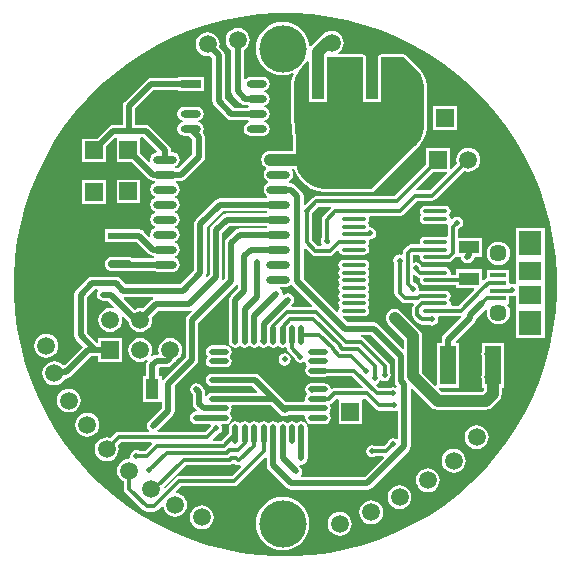
<source format=gtl>
G04*
G04 #@! TF.GenerationSoftware,Altium Limited,Altium Designer,18.1.7 (191)*
G04*
G04 Layer_Physical_Order=1*
G04 Layer_Color=255*
%FSLAX44Y44*%
%MOMM*%
G71*
G01*
G75*
%ADD13R,1.4000X3.3000*%
%ADD14R,1.5000X1.5000*%
%ADD15R,1.1000X1.7000*%
%ADD16O,1.6500X0.5500*%
%ADD17O,0.5500X1.6500*%
%ADD18R,2.0000X0.6000*%
G04:AMPARAMS|DCode=19|XSize=0.6mm|YSize=2mm|CornerRadius=0.15mm|HoleSize=0mm|Usage=FLASHONLY|Rotation=90.000|XOffset=0mm|YOffset=0mm|HoleType=Round|Shape=RoundedRectangle|*
%AMROUNDEDRECTD19*
21,1,0.6000,1.7000,0,0,90.0*
21,1,0.3000,2.0000,0,0,90.0*
1,1,0.3000,0.8500,0.1500*
1,1,0.3000,0.8500,-0.1500*
1,1,0.3000,-0.8500,-0.1500*
1,1,0.3000,-0.8500,0.1500*
%
%ADD19ROUNDEDRECTD19*%
%ADD20O,2.0000X0.7000*%
%ADD21O,2.1000X0.3500*%
%ADD22R,1.7000X1.1000*%
%ADD23R,1.9000X2.1000*%
%ADD24R,1.9000X1.5000*%
%ADD25R,1.3500X0.4000*%
%ADD26R,1.5000X1.5000*%
%ADD27R,1.0000X2.4000*%
%ADD28R,3.3000X2.4000*%
%ADD29O,1.7000X0.6500*%
%ADD30R,1.7000X0.6500*%
%ADD54C,1.0000*%
%ADD55C,0.3500*%
%ADD56C,0.5500*%
%ADD57C,0.5000*%
%ADD58C,1.5000*%
%ADD59C,1.4500*%
%ADD60C,1.8000*%
%ADD61C,0.5000*%
%ADD62C,4.0000*%
G36*
X1452556Y899015D02*
X1467486Y897049D01*
X1482256Y894112D01*
X1496801Y890214D01*
X1511061Y885374D01*
X1524973Y879611D01*
X1538479Y872951D01*
X1551521Y865421D01*
X1564042Y857055D01*
X1575989Y847888D01*
X1587310Y837959D01*
X1597959Y827310D01*
X1607888Y815989D01*
X1617055Y804042D01*
X1625421Y791521D01*
X1632951Y778479D01*
X1639611Y764974D01*
X1645374Y751061D01*
X1650214Y736801D01*
X1654112Y722255D01*
X1657050Y707486D01*
X1659015Y692556D01*
X1660000Y677529D01*
Y670000D01*
Y662471D01*
X1659015Y647444D01*
X1657050Y632514D01*
X1654112Y617744D01*
X1650214Y603199D01*
X1645374Y588939D01*
X1639611Y575027D01*
X1632951Y561521D01*
X1625421Y548479D01*
X1617055Y535958D01*
X1607888Y524011D01*
X1597959Y512690D01*
X1587310Y502041D01*
X1575989Y492112D01*
X1564042Y482945D01*
X1551521Y474579D01*
X1538479Y467049D01*
X1524973Y460389D01*
X1511061Y454626D01*
X1496801Y449786D01*
X1482256Y445888D01*
X1467486Y442951D01*
X1452556Y440985D01*
X1437529Y440000D01*
X1422471D01*
X1407444Y440985D01*
X1392514Y442951D01*
X1377744Y445888D01*
X1363199Y449786D01*
X1348939Y454626D01*
X1335027Y460389D01*
X1321521Y467049D01*
X1308479Y474579D01*
X1295958Y482945D01*
X1284011Y492112D01*
X1272690Y502041D01*
X1262041Y512690D01*
X1252112Y524011D01*
X1242945Y535958D01*
X1234579Y548479D01*
X1227049Y561521D01*
X1220389Y575027D01*
X1214626Y588939D01*
X1209786Y603199D01*
X1205888Y617744D01*
X1202951Y632514D01*
X1200985Y647444D01*
X1200000Y662471D01*
Y670000D01*
Y677529D01*
X1200985Y692556D01*
X1202951Y707486D01*
X1205888Y722255D01*
X1209786Y736801D01*
X1214626Y751061D01*
X1220389Y764974D01*
X1227049Y778479D01*
X1234579Y791521D01*
X1242945Y804042D01*
X1252112Y815989D01*
X1262041Y827310D01*
X1272690Y837959D01*
X1284011Y847888D01*
X1295958Y857055D01*
X1308479Y865421D01*
X1321521Y872951D01*
X1335027Y879611D01*
X1348939Y885374D01*
X1363199Y890214D01*
X1377744Y894112D01*
X1392514Y897049D01*
X1407444Y899015D01*
X1422471Y900000D01*
X1437529D01*
X1452556Y899015D01*
D02*
G37*
%LPC*%
G36*
X1360914Y845840D02*
X1338833D01*
Y845189D01*
X1316300D01*
X1314334Y844798D01*
X1312666Y843684D01*
X1294116Y825134D01*
X1293002Y823466D01*
X1292611Y821500D01*
Y805389D01*
X1284500D01*
X1282534Y804998D01*
X1280866Y803884D01*
X1270773Y793790D01*
X1257960D01*
Y773710D01*
X1278040D01*
Y786523D01*
X1286211Y794694D01*
X1287210Y793897D01*
Y773960D01*
X1300023D01*
X1314266Y759717D01*
X1315933Y758603D01*
X1317900Y758212D01*
X1318569D01*
X1319393Y757661D01*
X1319458Y757648D01*
Y756353D01*
X1319393Y756340D01*
X1317395Y755005D01*
X1316060Y753007D01*
X1315591Y750650D01*
X1316060Y748294D01*
X1317395Y746296D01*
X1319393Y744961D01*
X1319458Y744948D01*
Y743653D01*
X1319393Y743640D01*
X1317395Y742305D01*
X1316060Y740307D01*
X1315591Y737950D01*
X1316060Y735594D01*
X1317395Y733596D01*
X1319393Y732261D01*
X1319458Y732248D01*
Y730953D01*
X1319393Y730940D01*
X1317395Y729605D01*
X1316060Y727607D01*
X1315591Y725250D01*
X1316060Y722894D01*
X1317395Y720896D01*
X1319393Y719561D01*
X1319458Y719548D01*
Y718253D01*
X1319393Y718240D01*
X1317395Y716905D01*
X1316060Y714907D01*
X1315591Y712550D01*
X1315921Y710892D01*
X1314751Y710266D01*
X1310790Y714228D01*
X1310064Y715314D01*
X1308314Y716483D01*
X1306250Y716894D01*
X1302790D01*
Y717040D01*
X1277710D01*
Y705960D01*
X1302790D01*
Y706106D01*
X1304376D01*
X1314266Y696217D01*
X1315933Y695103D01*
X1317900Y694712D01*
X1318569D01*
X1318748Y694591D01*
X1318880Y693066D01*
X1318316Y692544D01*
X1300718D01*
X1300326Y692806D01*
X1298750Y693119D01*
X1281750D01*
X1280174Y692806D01*
X1278837Y691913D01*
X1277944Y690576D01*
X1277631Y689000D01*
Y686000D01*
X1277944Y684424D01*
X1278837Y683087D01*
X1280174Y682194D01*
X1281750Y681881D01*
X1289975D01*
X1290600Y681757D01*
X1318950D01*
X1319393Y681461D01*
X1321750Y680992D01*
X1334750D01*
X1337106Y681461D01*
X1339104Y682796D01*
X1340439Y684794D01*
X1340908Y687150D01*
X1340439Y689507D01*
X1339104Y691505D01*
X1337106Y692840D01*
X1337041Y692853D01*
Y694148D01*
X1337106Y694161D01*
X1339104Y695496D01*
X1340439Y697494D01*
X1340908Y699850D01*
X1340439Y702207D01*
X1339104Y704205D01*
X1337106Y705540D01*
X1337041Y705553D01*
Y706848D01*
X1337106Y706861D01*
X1339104Y708196D01*
X1340439Y710194D01*
X1340908Y712550D01*
X1340439Y714907D01*
X1339104Y716905D01*
X1337106Y718240D01*
X1337041Y718253D01*
Y719548D01*
X1337106Y719561D01*
X1339104Y720896D01*
X1340439Y722894D01*
X1340908Y725250D01*
X1340439Y727607D01*
X1339104Y729605D01*
X1337106Y730940D01*
X1337041Y730953D01*
Y732248D01*
X1337106Y732261D01*
X1339104Y733596D01*
X1340439Y735594D01*
X1340908Y737950D01*
X1340439Y740307D01*
X1339104Y742305D01*
X1337106Y743640D01*
X1337041Y743653D01*
Y744948D01*
X1337106Y744961D01*
X1339104Y746296D01*
X1340439Y748294D01*
X1340908Y750650D01*
X1340439Y753007D01*
X1339104Y755005D01*
X1337351Y756177D01*
X1337283Y757221D01*
X1337356Y757584D01*
X1338078Y758212D01*
X1340569D01*
X1341850Y757957D01*
X1343914Y758367D01*
X1345664Y759536D01*
X1360564Y774436D01*
X1361733Y776186D01*
X1362144Y778250D01*
Y793740D01*
X1361889Y795021D01*
Y795073D01*
X1361498Y797040D01*
X1360384Y798707D01*
X1360106Y798985D01*
X1360578Y799691D01*
X1361027Y801950D01*
X1360578Y804209D01*
X1359298Y806124D01*
X1357383Y807404D01*
X1356133Y807653D01*
Y808948D01*
X1357383Y809196D01*
X1359298Y810476D01*
X1360578Y812391D01*
X1361027Y814650D01*
X1360578Y816909D01*
X1359298Y818824D01*
X1357383Y820104D01*
X1355123Y820554D01*
X1344624D01*
X1342364Y820104D01*
X1340449Y818824D01*
X1339169Y816909D01*
X1338720Y814650D01*
X1339169Y812391D01*
X1340449Y810476D01*
X1342364Y809196D01*
X1343614Y808948D01*
Y807653D01*
X1342364Y807404D01*
X1340449Y806124D01*
X1339169Y804209D01*
X1338720Y801950D01*
X1339169Y799691D01*
X1340449Y797776D01*
X1342364Y796496D01*
X1344624Y796047D01*
X1348510D01*
X1351357Y793200D01*
Y780484D01*
X1339361Y768489D01*
X1337931D01*
X1337106Y769040D01*
X1337041Y769053D01*
Y770348D01*
X1337106Y770361D01*
X1339104Y771696D01*
X1340439Y773694D01*
X1340908Y776050D01*
X1340439Y778407D01*
X1339104Y780405D01*
X1337106Y781740D01*
X1334750Y782209D01*
X1333389D01*
Y784000D01*
X1332997Y785967D01*
X1331883Y787634D01*
X1315634Y803884D01*
X1313967Y804998D01*
X1312000Y805389D01*
X1302889D01*
Y819371D01*
X1318429Y834911D01*
X1338833D01*
Y834260D01*
X1360914D01*
Y845840D01*
D02*
G37*
G36*
X1389634Y887443D02*
X1387013Y887098D01*
X1384571Y886086D01*
X1382473Y884477D01*
X1380864Y882379D01*
X1379852Y879937D01*
X1379507Y877316D01*
X1379852Y874695D01*
X1380864Y872253D01*
X1382473Y870155D01*
X1384240Y868800D01*
Y833628D01*
X1384651Y831564D01*
X1385820Y829814D01*
X1392098Y823536D01*
X1393848Y822367D01*
X1395912Y821956D01*
X1398274D01*
X1398364Y821896D01*
X1399613Y821648D01*
Y820353D01*
X1398364Y820104D01*
X1398274Y820044D01*
X1386652D01*
X1378894Y827802D01*
Y864240D01*
X1378483Y866304D01*
X1377314Y868054D01*
X1374070Y871298D01*
X1374361Y873506D01*
X1374016Y876127D01*
X1373004Y878569D01*
X1371395Y880667D01*
X1369297Y882276D01*
X1366855Y883288D01*
X1364234Y883633D01*
X1361613Y883288D01*
X1359171Y882276D01*
X1357073Y880667D01*
X1355464Y878569D01*
X1354452Y876127D01*
X1354107Y873506D01*
X1354452Y870885D01*
X1355464Y868443D01*
X1357073Y866345D01*
X1359171Y864736D01*
X1361613Y863724D01*
X1364234Y863379D01*
X1366442Y863670D01*
X1368106Y862006D01*
Y825568D01*
X1368517Y823504D01*
X1369686Y821754D01*
X1380604Y810836D01*
X1382353Y809667D01*
X1384418Y809257D01*
X1398274D01*
X1398364Y809196D01*
X1399613Y808948D01*
Y807653D01*
X1398364Y807404D01*
X1396449Y806124D01*
X1395169Y804209D01*
X1394720Y801950D01*
X1395169Y799691D01*
X1396449Y797776D01*
X1398364Y796496D01*
X1400623Y796047D01*
X1411123D01*
X1413383Y796496D01*
X1415298Y797776D01*
X1416577Y799691D01*
X1417027Y801950D01*
X1416577Y804209D01*
X1415298Y806124D01*
X1413383Y807404D01*
X1412133Y807653D01*
Y808948D01*
X1413383Y809196D01*
X1415298Y810476D01*
X1416577Y812391D01*
X1417027Y814650D01*
X1416577Y816909D01*
X1415298Y818824D01*
X1413383Y820104D01*
X1412133Y820353D01*
Y821648D01*
X1413383Y821896D01*
X1415298Y823176D01*
X1416577Y825091D01*
X1417027Y827350D01*
X1416577Y829609D01*
X1415298Y831525D01*
X1413383Y832804D01*
X1412133Y833053D01*
Y834348D01*
X1413383Y834596D01*
X1415298Y835876D01*
X1416577Y837791D01*
X1417027Y840050D01*
X1416577Y842309D01*
X1415298Y844224D01*
X1413383Y845504D01*
X1411123Y845954D01*
X1400623D01*
X1398364Y845504D01*
X1396449Y844224D01*
X1396298Y843998D01*
X1395028Y844383D01*
Y868800D01*
X1396795Y870155D01*
X1398404Y872253D01*
X1399416Y874695D01*
X1399761Y877316D01*
X1399416Y879937D01*
X1398404Y882379D01*
X1396795Y884477D01*
X1394697Y886086D01*
X1392255Y887098D01*
X1389634Y887443D01*
D02*
G37*
G36*
X1575540Y821290D02*
X1555460D01*
Y801210D01*
X1575540D01*
Y821290D01*
D02*
G37*
G36*
X1427794Y892586D02*
X1423375Y892150D01*
X1419126Y890862D01*
X1415211Y888769D01*
X1411778Y885952D01*
X1408962Y882520D01*
X1406869Y878604D01*
X1405580Y874355D01*
X1405145Y869937D01*
X1405580Y865518D01*
X1406869Y861269D01*
X1408962Y857354D01*
X1411778Y853921D01*
X1415211Y851105D01*
X1419126Y849012D01*
X1423375Y847723D01*
X1427794Y847288D01*
X1432212Y847723D01*
X1436110Y848905D01*
X1437126Y848040D01*
X1436283Y846004D01*
X1436233Y845754D01*
X1436136Y845519D01*
X1435160Y840611D01*
Y840356D01*
X1435110Y840106D01*
Y837604D01*
Y811500D01*
X1435124Y811427D01*
X1435114Y811353D01*
X1436160Y792926D01*
Y783655D01*
X1417300D01*
X1415332Y783396D01*
X1413498Y782636D01*
X1411923Y781428D01*
X1410714Y779853D01*
X1409954Y778019D01*
X1409695Y776050D01*
X1409954Y774082D01*
X1410714Y772248D01*
X1411923Y770673D01*
X1413498Y769464D01*
X1413815Y769333D01*
X1413940Y768069D01*
X1413396Y767705D01*
X1412061Y765707D01*
X1411592Y763350D01*
X1412061Y760994D01*
X1413396Y758996D01*
X1415393Y757661D01*
X1415459Y757648D01*
Y756353D01*
X1415393Y756340D01*
X1413396Y755005D01*
X1412061Y753007D01*
X1411592Y750650D01*
X1412061Y748294D01*
X1413396Y746296D01*
X1414749Y745391D01*
X1414880Y743867D01*
X1414317Y743344D01*
X1374728D01*
X1372664Y742933D01*
X1370914Y741764D01*
X1354324Y725174D01*
X1353155Y723424D01*
X1352744Y721360D01*
Y682192D01*
X1340838Y670286D01*
X1295234D01*
X1290206Y675314D01*
X1288457Y676483D01*
X1286393Y676893D01*
X1266608D01*
X1264544Y676483D01*
X1262794Y675314D01*
X1252936Y665456D01*
X1251767Y663706D01*
X1251356Y661642D01*
Y627250D01*
X1251767Y625186D01*
X1252936Y623436D01*
X1258655Y617717D01*
X1243298Y602359D01*
X1243124Y602394D01*
X1241768Y602124D01*
X1241740Y602161D01*
X1239642Y603770D01*
X1237200Y604782D01*
X1234579Y605127D01*
X1231958Y604782D01*
X1229516Y603770D01*
X1227418Y602161D01*
X1225809Y600063D01*
X1224797Y597621D01*
X1224452Y595000D01*
X1224797Y592379D01*
X1225809Y589937D01*
X1227418Y587839D01*
X1229516Y586230D01*
X1231958Y585218D01*
X1234579Y584873D01*
X1237200Y585218D01*
X1239642Y586230D01*
X1241740Y587839D01*
X1243349Y589937D01*
X1243456Y590196D01*
X1243879Y590478D01*
X1244345Y590386D01*
X1246409Y590796D01*
X1248159Y591965D01*
X1265550Y609356D01*
X1271810D01*
Y604710D01*
X1291890D01*
Y624790D01*
X1271810D01*
Y621614D01*
X1270540Y621087D01*
X1262144Y629484D01*
Y659408D01*
X1268842Y666106D01*
X1270833D01*
X1271512Y664836D01*
X1270777Y663736D01*
X1270366Y661672D01*
X1270777Y659608D01*
X1271946Y657858D01*
X1273696Y656689D01*
X1275760Y656278D01*
X1279986D01*
X1285303Y650962D01*
X1284583Y649885D01*
X1284471Y649932D01*
X1281850Y650277D01*
X1279229Y649932D01*
X1276786Y648920D01*
X1274689Y647311D01*
X1273080Y645213D01*
X1272068Y642771D01*
X1271723Y640150D01*
X1272068Y637529D01*
X1273080Y635087D01*
X1274689Y632990D01*
X1276786Y631380D01*
X1279229Y630369D01*
X1281850Y630023D01*
X1284471Y630369D01*
X1286913Y631380D01*
X1289010Y632990D01*
X1290620Y635087D01*
X1291631Y637529D01*
X1291976Y640150D01*
X1291631Y642771D01*
X1291585Y642884D01*
X1292661Y643603D01*
X1297277Y638988D01*
X1297469Y637529D01*
X1298480Y635087D01*
X1300090Y632990D01*
X1302187Y631380D01*
X1304629Y630368D01*
X1307250Y630023D01*
X1309871Y630368D01*
X1312314Y631380D01*
X1314411Y632990D01*
X1316020Y635087D01*
X1317032Y637529D01*
X1317377Y640150D01*
X1317086Y642358D01*
X1322876Y648148D01*
X1348232D01*
X1350028Y648506D01*
X1350702Y647628D01*
X1350777Y647458D01*
X1347212Y643894D01*
X1346043Y642144D01*
X1345632Y640080D01*
Y608532D01*
X1327186Y590086D01*
X1326810Y589523D01*
X1325540Y589908D01*
Y592410D01*
X1322894D01*
Y599494D01*
X1323797Y600397D01*
X1329786D01*
X1331752Y600788D01*
X1333420Y601902D01*
X1335378Y603860D01*
X1336464Y604586D01*
X1337274Y605798D01*
X1337713Y605980D01*
X1339811Y607590D01*
X1341420Y609687D01*
X1342432Y612129D01*
X1342777Y614750D01*
X1342432Y617371D01*
X1341420Y619814D01*
X1339811Y621911D01*
X1337713Y623520D01*
X1335271Y624532D01*
X1332650Y624877D01*
X1330029Y624532D01*
X1327587Y623520D01*
X1325490Y621911D01*
X1323880Y619814D01*
X1322868Y617371D01*
X1322523Y614750D01*
X1322868Y612129D01*
X1323000Y611811D01*
X1322052Y610782D01*
X1321308Y610930D01*
X1319244Y610519D01*
X1317494Y609350D01*
X1316927Y608783D01*
X1315970Y609622D01*
X1316020Y609687D01*
X1317032Y612129D01*
X1317377Y614750D01*
X1317032Y617371D01*
X1316020Y619813D01*
X1314411Y621911D01*
X1312313Y623520D01*
X1309871Y624532D01*
X1307250Y624877D01*
X1304629Y624532D01*
X1302187Y623520D01*
X1300089Y621911D01*
X1298480Y619813D01*
X1297468Y617371D01*
X1297123Y614750D01*
X1297468Y612129D01*
X1298480Y609687D01*
X1300089Y607589D01*
X1302187Y605980D01*
X1304629Y604968D01*
X1307250Y604623D01*
X1309871Y604968D01*
X1312313Y605980D01*
X1312597Y606198D01*
X1313536Y605318D01*
X1312517Y603792D01*
X1312106Y601728D01*
Y592410D01*
X1309460D01*
Y570330D01*
X1325540Y570330D01*
X1325606Y569088D01*
Y565646D01*
X1314446Y554486D01*
X1313277Y552736D01*
X1312866Y550672D01*
X1313277Y548608D01*
X1314446Y546858D01*
X1314767Y546644D01*
X1314381Y545374D01*
X1289000D01*
X1287326Y545041D01*
X1285907Y544093D01*
X1282060Y540246D01*
X1281371Y540532D01*
X1278750Y540877D01*
X1276129Y540532D01*
X1273687Y539520D01*
X1271589Y537911D01*
X1269980Y535813D01*
X1268968Y533371D01*
X1268623Y530750D01*
X1268968Y528129D01*
X1269980Y525687D01*
X1271589Y523589D01*
X1273687Y521980D01*
X1276129Y520968D01*
X1278750Y520623D01*
X1281371Y520968D01*
X1283813Y521980D01*
X1285911Y523589D01*
X1287520Y525687D01*
X1288532Y528129D01*
X1288877Y530750D01*
X1288532Y533371D01*
X1288246Y534060D01*
X1290812Y536626D01*
X1316566D01*
X1317052Y535453D01*
X1310999Y529400D01*
X1306339D01*
X1305780Y529773D01*
X1303814Y530164D01*
X1301847Y529773D01*
X1300180Y528659D01*
X1299066Y526992D01*
X1298675Y525026D01*
X1298889Y523947D01*
X1297824Y522807D01*
X1297750Y522816D01*
X1295129Y522471D01*
X1292687Y521460D01*
X1290589Y519850D01*
X1288980Y517753D01*
X1287968Y515311D01*
X1287623Y512690D01*
X1287968Y510069D01*
X1288980Y507626D01*
X1290589Y505529D01*
X1292687Y503920D01*
X1293376Y503634D01*
Y497371D01*
X1293709Y495697D01*
X1294657Y494278D01*
X1309715Y479220D01*
X1311134Y478272D01*
X1312808Y477939D01*
X1318770D01*
X1320444Y478272D01*
X1321863Y479220D01*
X1325449Y482807D01*
X1326790Y482351D01*
X1326968Y480998D01*
X1327980Y478556D01*
X1329589Y476459D01*
X1331687Y474850D01*
X1334129Y473838D01*
X1336750Y473493D01*
X1339371Y473838D01*
X1341813Y474850D01*
X1343911Y476459D01*
X1345520Y478556D01*
X1346532Y480998D01*
X1346877Y483619D01*
X1346532Y486241D01*
X1345520Y488683D01*
X1343911Y490780D01*
X1341813Y492389D01*
X1339371Y493401D01*
X1338018Y493579D01*
X1337563Y494920D01*
X1342019Y499376D01*
X1386500D01*
X1388174Y499709D01*
X1389593Y500657D01*
X1413123Y524188D01*
X1414297Y523701D01*
Y517314D01*
X1414707Y515250D01*
X1415876Y513500D01*
X1431286Y498090D01*
X1433036Y496921D01*
X1435100Y496510D01*
X1499605D01*
X1501669Y496921D01*
X1503418Y498090D01*
X1534604Y529276D01*
X1535773Y531025D01*
X1536184Y533089D01*
Y582152D01*
X1537357Y582638D01*
X1553622Y566372D01*
X1555197Y565164D01*
X1557032Y564404D01*
X1559000Y564145D01*
X1599750D01*
X1601718Y564404D01*
X1603553Y565164D01*
X1605128Y566372D01*
X1611127Y572372D01*
X1612336Y573947D01*
X1613096Y575782D01*
X1613355Y577750D01*
Y582710D01*
X1615290D01*
Y620790D01*
X1596210D01*
Y613253D01*
X1595861Y611500D01*
X1596210Y609747D01*
Y593503D01*
X1595861Y591750D01*
X1596210Y589997D01*
Y582710D01*
X1598145D01*
Y580900D01*
X1596600Y579355D01*
X1562150D01*
X1559969Y581537D01*
X1560455Y582710D01*
X1577290D01*
Y620790D01*
X1574714D01*
X1574188Y622060D01*
X1590462Y638334D01*
X1591631Y640084D01*
X1591984Y641856D01*
X1599873Y649746D01*
X1600928Y649077D01*
X1600960Y649036D01*
X1600626Y646500D01*
X1600962Y643944D01*
X1601949Y641563D01*
X1603518Y639518D01*
X1605563Y637949D01*
X1607944Y636962D01*
X1610500Y636626D01*
X1613056Y636962D01*
X1615437Y637949D01*
X1617482Y639518D01*
X1619052Y641563D01*
X1620038Y643944D01*
X1620375Y646500D01*
X1620038Y649056D01*
X1619052Y651437D01*
X1618091Y652690D01*
X1618717Y653960D01*
X1619790D01*
Y660626D01*
X1621301D01*
X1622250Y660437D01*
X1624190Y660823D01*
X1624420Y660867D01*
X1625460Y660145D01*
Y652310D01*
X1625460Y651460D01*
X1625460Y650190D01*
Y624960D01*
X1636743D01*
X1637500Y624861D01*
X1638257Y624960D01*
X1649540D01*
Y650190D01*
X1649540Y651040D01*
X1649540Y652310D01*
Y671460D01*
Y690690D01*
X1649540Y691540D01*
X1649540Y692810D01*
Y718040D01*
X1638257D01*
X1637500Y718139D01*
X1636743Y718040D01*
X1625460D01*
Y692810D01*
X1625460Y691960D01*
X1625460Y690690D01*
Y671006D01*
X1624420Y670285D01*
X1624190Y670329D01*
X1622250Y670714D01*
X1621060Y670478D01*
X1619790Y671405D01*
Y682540D01*
X1601210D01*
Y675680D01*
X1600509Y675541D01*
X1599090Y674593D01*
X1597963Y673466D01*
X1596790Y673952D01*
Y682964D01*
X1574710D01*
Y678124D01*
X1570900D01*
X1569954Y679394D01*
X1570124Y680250D01*
X1569791Y681924D01*
X1568843Y683343D01*
X1567424Y684291D01*
X1565750Y684624D01*
X1545586D01*
X1545452Y684758D01*
X1545258Y685734D01*
X1544144Y687402D01*
X1542477Y688516D01*
X1540510Y688907D01*
X1539364Y688679D01*
X1538094Y689626D01*
Y694978D01*
X1538492Y695376D01*
X1543100D01*
X1544046Y694106D01*
X1543876Y693250D01*
X1544209Y691576D01*
X1545157Y690157D01*
X1546576Y689209D01*
X1548250Y688876D01*
X1565750D01*
X1567424Y689209D01*
X1567615Y689336D01*
X1568252D01*
X1569926Y689669D01*
X1571345Y690617D01*
X1573826Y693098D01*
X1574710Y693884D01*
Y693884D01*
X1574710Y693884D01*
X1578632D01*
X1578804Y693674D01*
X1579215Y691610D01*
X1580384Y689860D01*
X1582134Y688691D01*
X1584198Y688280D01*
X1586262Y688691D01*
X1588012Y689860D01*
X1589564Y691412D01*
X1590733Y693162D01*
X1590877Y693884D01*
X1596790D01*
Y709964D01*
X1576164D01*
Y717046D01*
X1576869Y717751D01*
X1577529Y717882D01*
X1579196Y718996D01*
X1580310Y720664D01*
X1580701Y722630D01*
X1580310Y724596D01*
X1579196Y726264D01*
X1577529Y727378D01*
X1575562Y727769D01*
X1573595Y727378D01*
X1571928Y726264D01*
X1571349Y725396D01*
X1570354Y725683D01*
X1570109Y725826D01*
X1569791Y727424D01*
X1568843Y728843D01*
Y729157D01*
X1569791Y730576D01*
X1570124Y732250D01*
X1569791Y733924D01*
X1568843Y735343D01*
X1567424Y736291D01*
X1565750Y736624D01*
X1548250D01*
X1546576Y736291D01*
X1545157Y735343D01*
X1544209Y733924D01*
X1543876Y732250D01*
X1544209Y730576D01*
X1545157Y729157D01*
Y728843D01*
X1544209Y727424D01*
X1543876Y725750D01*
X1544209Y724076D01*
X1545157Y722657D01*
X1546576Y721709D01*
X1548250Y721376D01*
X1565750D01*
X1566944Y721613D01*
X1567749Y720532D01*
X1567416Y718858D01*
Y711293D01*
X1566434Y710488D01*
X1565750Y710624D01*
X1548250D01*
X1546576Y710291D01*
X1545157Y709343D01*
X1544209Y707924D01*
X1543876Y706250D01*
X1544046Y705394D01*
X1543100Y704124D01*
X1536680D01*
X1535006Y703791D01*
X1533587Y702843D01*
X1530627Y699883D01*
X1529679Y698464D01*
X1529346Y696790D01*
Y696238D01*
X1528076Y695375D01*
X1526750Y695639D01*
X1524783Y695248D01*
X1523116Y694134D01*
X1522002Y692467D01*
X1521611Y690500D01*
X1522002Y688533D01*
X1522376Y687974D01*
Y663238D01*
X1522709Y661564D01*
X1523657Y660145D01*
X1528273Y655529D01*
X1529692Y654581D01*
X1531366Y654248D01*
X1538367D01*
X1538644Y653578D01*
X1538784Y652978D01*
X1537903Y651660D01*
X1537570Y649986D01*
Y644488D01*
X1537903Y642814D01*
X1538851Y641395D01*
X1542751Y637495D01*
X1544170Y636547D01*
X1545844Y636214D01*
X1551700D01*
X1552260Y635840D01*
X1554226Y635449D01*
X1556192Y635840D01*
X1557860Y636954D01*
X1558974Y638621D01*
X1559365Y640588D01*
X1559063Y642106D01*
X1559836Y643376D01*
X1578433D01*
X1578457Y643381D01*
X1579082Y642210D01*
X1563936Y627064D01*
X1562767Y625314D01*
X1562356Y623250D01*
Y620790D01*
X1558210D01*
Y584954D01*
X1557037Y584468D01*
X1545855Y595650D01*
Y626338D01*
X1545596Y628306D01*
X1544836Y630140D01*
X1543628Y631716D01*
X1528108Y647236D01*
X1526532Y648444D01*
X1524698Y649204D01*
X1522730Y649463D01*
X1520762Y649204D01*
X1518927Y648444D01*
X1517352Y647236D01*
X1516144Y645660D01*
X1515384Y643826D01*
X1515125Y641858D01*
X1515384Y639890D01*
X1516144Y638055D01*
X1517352Y636480D01*
X1530645Y623188D01*
Y616392D01*
X1529472Y615906D01*
X1508814Y636564D01*
X1507064Y637733D01*
X1505000Y638144D01*
X1482734D01*
X1478684Y642194D01*
X1479199Y643269D01*
X1479298Y643376D01*
X1496750D01*
X1498424Y643709D01*
X1499843Y644657D01*
X1500791Y646076D01*
X1501124Y647750D01*
X1500791Y649424D01*
X1500403Y650004D01*
X1499919Y651000D01*
X1500403Y651996D01*
X1500791Y652576D01*
X1501124Y654250D01*
X1500791Y655924D01*
X1499843Y657343D01*
Y657657D01*
X1500791Y659076D01*
X1501124Y660750D01*
X1500791Y662424D01*
X1499843Y663843D01*
Y664157D01*
X1500791Y665576D01*
X1501124Y667250D01*
X1500791Y668923D01*
X1500403Y669504D01*
X1499919Y670500D01*
X1500403Y671496D01*
X1500791Y672076D01*
X1501124Y673750D01*
X1500791Y675424D01*
X1499843Y676843D01*
Y677157D01*
X1500791Y678576D01*
X1501124Y680250D01*
X1500791Y681924D01*
X1499843Y683343D01*
Y683657D01*
X1500791Y685076D01*
X1501124Y686750D01*
X1500791Y688424D01*
X1499843Y689843D01*
X1498424Y690791D01*
X1496750Y691124D01*
X1479250D01*
X1477576Y690791D01*
X1476157Y689843D01*
X1475209Y688424D01*
X1474876Y686750D01*
X1475209Y685076D01*
X1476157Y683657D01*
Y683343D01*
X1475209Y681924D01*
X1474876Y680250D01*
X1475209Y678576D01*
X1476157Y677157D01*
Y676843D01*
X1475209Y675424D01*
X1474876Y673750D01*
X1475209Y672076D01*
X1475597Y671496D01*
X1476080Y670500D01*
X1475597Y669504D01*
X1475209Y668923D01*
X1474876Y667250D01*
X1475209Y665576D01*
X1476157Y664157D01*
Y663843D01*
X1475209Y662424D01*
X1474876Y660750D01*
X1475209Y659076D01*
X1476157Y657657D01*
Y657343D01*
X1475209Y655924D01*
X1474876Y654250D01*
X1475209Y652576D01*
X1475596Y651996D01*
X1476081Y651000D01*
X1475596Y650004D01*
X1475209Y649424D01*
X1474884Y647790D01*
X1474707Y647669D01*
X1473694Y647184D01*
X1445658Y675220D01*
Y700671D01*
X1446831Y701157D01*
X1452331Y695657D01*
X1453750Y694709D01*
X1455424Y694376D01*
X1467750D01*
X1469424Y694709D01*
X1470843Y695657D01*
X1473933Y698747D01*
X1475149Y698379D01*
X1475209Y698076D01*
X1476157Y696657D01*
X1477576Y695709D01*
X1479250Y695376D01*
X1496750D01*
X1498424Y695709D01*
X1499843Y696657D01*
X1500791Y698076D01*
X1501124Y699750D01*
X1500791Y701424D01*
X1499843Y702843D01*
Y703157D01*
X1500791Y704576D01*
X1501124Y706250D01*
X1500954Y707106D01*
X1501001Y707387D01*
X1501087Y707584D01*
X1501902Y708347D01*
X1501903Y708347D01*
X1503869Y708738D01*
X1505536Y709852D01*
X1506650Y711519D01*
X1507041Y713486D01*
X1506650Y715452D01*
X1505536Y717120D01*
X1503869Y718234D01*
X1501902Y718625D01*
X1501025Y719745D01*
X1500791Y720924D01*
X1499843Y722343D01*
Y722657D01*
X1500791Y724076D01*
X1501124Y725750D01*
X1500954Y726606D01*
X1501900Y727876D01*
X1526750D01*
X1528424Y728209D01*
X1529843Y729157D01*
X1541802Y741116D01*
X1554640D01*
X1556314Y741449D01*
X1557733Y742397D01*
X1581590Y766254D01*
X1582279Y765968D01*
X1584900Y765623D01*
X1587521Y765968D01*
X1589963Y766980D01*
X1592061Y768589D01*
X1593670Y770687D01*
X1594682Y773129D01*
X1595027Y775750D01*
X1594682Y778371D01*
X1593670Y780813D01*
X1592061Y782911D01*
X1589963Y784520D01*
X1587521Y785532D01*
X1584900Y785877D01*
X1582279Y785532D01*
X1579837Y784520D01*
X1577739Y782911D01*
X1576130Y780813D01*
X1575118Y778371D01*
X1574773Y775750D01*
X1575118Y773129D01*
X1575404Y772440D01*
X1570713Y767749D01*
X1569540Y768235D01*
Y785790D01*
X1549460D01*
Y771896D01*
X1522438Y744874D01*
X1456304D01*
X1454630Y744541D01*
X1453211Y743593D01*
X1446928Y737309D01*
X1446441Y737407D01*
X1445658Y738121D01*
Y744898D01*
X1445247Y746962D01*
X1444078Y748712D01*
X1438326Y754464D01*
X1436576Y755633D01*
X1434512Y756044D01*
X1433550D01*
X1433107Y756340D01*
X1433042Y756353D01*
Y757648D01*
X1433107Y757661D01*
X1435105Y758996D01*
X1436440Y760994D01*
X1436909Y763350D01*
X1436440Y765707D01*
X1435459Y767175D01*
X1436078Y768385D01*
X1437280Y768375D01*
X1438786Y764740D01*
X1438928Y764528D01*
X1439025Y764292D01*
X1441361Y760797D01*
X1441541Y760617D01*
X1441683Y760405D01*
X1447498Y754589D01*
X1447710Y754448D01*
X1447891Y754267D01*
X1452051Y751488D01*
X1452287Y751390D01*
X1452498Y751248D01*
X1457121Y749333D01*
X1457371Y749284D01*
X1457607Y749186D01*
X1462514Y748210D01*
X1462769D01*
X1463019Y748160D01*
X1503000D01*
X1503991Y748357D01*
X1504831Y748919D01*
X1541892Y785979D01*
X1541892Y785979D01*
X1543661Y787748D01*
X1543802Y787960D01*
X1543983Y788141D01*
X1546763Y792301D01*
X1546860Y792536D01*
X1547002Y792749D01*
X1548916Y797371D01*
X1548966Y797621D01*
X1549064Y797857D01*
X1550040Y802764D01*
Y803019D01*
X1550090Y803269D01*
Y805771D01*
Y835229D01*
Y837731D01*
X1550040Y837981D01*
Y838236D01*
X1549064Y843143D01*
X1548966Y843379D01*
X1548916Y843629D01*
X1547002Y848251D01*
X1546860Y848464D01*
X1546763Y848699D01*
X1543983Y852859D01*
X1543802Y853040D01*
X1543661Y853252D01*
X1541892Y855021D01*
X1532581Y864331D01*
X1531741Y864893D01*
X1530750Y865090D01*
X1511105D01*
X1510114Y864893D01*
X1509274Y864331D01*
X1508713Y863491D01*
X1508515Y862500D01*
Y839170D01*
X1508472Y838844D01*
X1508484Y838673D01*
X1508450Y838506D01*
Y827050D01*
X1498550D01*
Y838506D01*
X1498517Y838673D01*
X1498528Y838844D01*
X1498485Y839170D01*
Y862500D01*
X1498288Y863491D01*
X1497726Y864331D01*
X1496886Y864893D01*
X1495895Y865090D01*
X1475082D01*
X1474785Y865743D01*
X1474732Y866360D01*
X1476661Y867839D01*
X1478270Y869937D01*
X1479282Y872379D01*
X1479627Y875000D01*
X1479282Y877621D01*
X1478270Y880063D01*
X1476661Y882161D01*
X1474563Y883770D01*
X1472121Y884782D01*
X1469500Y885127D01*
X1466879Y884782D01*
X1464437Y883770D01*
X1462339Y882161D01*
X1461829Y881496D01*
X1460372Y880378D01*
X1452122Y872128D01*
X1451573Y871413D01*
X1450260Y871788D01*
X1450007Y874355D01*
X1448719Y878604D01*
X1446626Y882520D01*
X1443809Y885952D01*
X1440377Y888769D01*
X1436461Y890862D01*
X1432212Y892150D01*
X1427794Y892586D01*
D02*
G37*
G36*
X1307290Y759040D02*
X1287210D01*
Y738960D01*
X1307290D01*
Y759040D01*
D02*
G37*
G36*
X1278040Y758790D02*
X1257960D01*
Y738710D01*
X1278040D01*
Y758790D01*
D02*
G37*
G36*
X1610500Y706375D02*
X1607944Y706038D01*
X1605563Y705051D01*
X1603518Y703482D01*
X1601949Y701437D01*
X1600962Y699056D01*
X1600626Y696500D01*
X1600962Y693944D01*
X1601949Y691563D01*
X1603518Y689518D01*
X1605563Y687949D01*
X1607944Y686962D01*
X1610500Y686626D01*
X1613056Y686962D01*
X1615437Y687949D01*
X1617482Y689518D01*
X1619052Y691563D01*
X1620038Y693944D01*
X1620375Y696500D01*
X1620038Y699056D01*
X1619052Y701437D01*
X1617482Y703482D01*
X1615437Y705051D01*
X1613056Y706038D01*
X1610500Y706375D01*
D02*
G37*
G36*
X1227750Y628479D02*
X1225129Y628134D01*
X1222687Y627123D01*
X1220589Y625513D01*
X1218980Y623416D01*
X1217968Y620974D01*
X1217623Y618353D01*
X1217968Y615732D01*
X1218980Y613290D01*
X1220589Y611192D01*
X1222687Y609583D01*
X1225129Y608571D01*
X1227750Y608226D01*
X1230371Y608571D01*
X1232813Y609583D01*
X1234911Y611192D01*
X1236520Y613290D01*
X1237532Y615732D01*
X1237877Y618353D01*
X1237532Y620974D01*
X1236520Y623416D01*
X1234911Y625513D01*
X1232813Y627123D01*
X1230371Y628134D01*
X1227750Y628479D01*
D02*
G37*
G36*
X1246629Y582127D02*
X1244008Y581782D01*
X1241566Y580770D01*
X1239468Y579161D01*
X1237859Y577063D01*
X1236848Y574621D01*
X1236502Y572000D01*
X1236848Y569379D01*
X1237859Y566937D01*
X1239468Y564839D01*
X1241566Y563230D01*
X1244008Y562218D01*
X1246629Y561873D01*
X1249250Y562218D01*
X1251692Y563230D01*
X1253790Y564839D01*
X1255399Y566937D01*
X1256411Y569379D01*
X1256756Y572000D01*
X1256411Y574621D01*
X1255399Y577063D01*
X1253790Y579161D01*
X1251692Y580770D01*
X1249250Y581782D01*
X1246629Y582127D01*
D02*
G37*
G36*
X1262500Y561627D02*
X1259879Y561282D01*
X1257437Y560270D01*
X1255339Y558661D01*
X1253730Y556563D01*
X1252718Y554121D01*
X1252373Y551500D01*
X1252718Y548879D01*
X1253730Y546437D01*
X1255339Y544339D01*
X1257437Y542730D01*
X1259879Y541718D01*
X1262500Y541373D01*
X1265121Y541718D01*
X1267563Y542730D01*
X1269661Y544339D01*
X1271270Y546437D01*
X1272282Y548879D01*
X1272627Y551500D01*
X1272282Y554121D01*
X1271270Y556563D01*
X1269661Y558661D01*
X1267563Y560270D01*
X1265121Y561282D01*
X1262500Y561627D01*
D02*
G37*
G36*
X1592000Y551127D02*
X1589379Y550782D01*
X1586937Y549770D01*
X1584839Y548161D01*
X1583230Y546063D01*
X1582218Y543621D01*
X1581873Y541000D01*
X1582218Y538379D01*
X1583230Y535937D01*
X1584839Y533839D01*
X1586937Y532230D01*
X1589379Y531218D01*
X1592000Y530873D01*
X1594621Y531218D01*
X1597063Y532230D01*
X1599161Y533839D01*
X1600770Y535937D01*
X1601782Y538379D01*
X1602127Y541000D01*
X1601782Y543621D01*
X1600770Y546063D01*
X1599161Y548161D01*
X1597063Y549770D01*
X1594621Y550782D01*
X1592000Y551127D01*
D02*
G37*
G36*
X1572500Y531127D02*
X1569879Y530782D01*
X1567437Y529770D01*
X1565339Y528161D01*
X1563730Y526063D01*
X1562718Y523621D01*
X1562373Y521000D01*
X1562718Y518379D01*
X1563730Y515937D01*
X1565339Y513839D01*
X1567437Y512230D01*
X1569879Y511218D01*
X1572500Y510873D01*
X1575121Y511218D01*
X1577563Y512230D01*
X1579661Y513839D01*
X1581270Y515937D01*
X1582282Y518379D01*
X1582627Y521000D01*
X1582282Y523621D01*
X1581270Y526063D01*
X1579661Y528161D01*
X1577563Y529770D01*
X1575121Y530782D01*
X1572500Y531127D01*
D02*
G37*
G36*
X1550750Y514627D02*
X1548129Y514282D01*
X1545687Y513270D01*
X1543589Y511661D01*
X1541980Y509563D01*
X1540968Y507121D01*
X1540623Y504500D01*
X1540968Y501879D01*
X1541980Y499437D01*
X1543589Y497339D01*
X1545687Y495730D01*
X1548129Y494718D01*
X1550750Y494373D01*
X1553371Y494718D01*
X1555813Y495730D01*
X1557911Y497339D01*
X1559520Y499437D01*
X1560532Y501879D01*
X1560877Y504500D01*
X1560532Y507121D01*
X1559520Y509563D01*
X1557911Y511661D01*
X1555813Y513270D01*
X1553371Y514282D01*
X1550750Y514627D01*
D02*
G37*
G36*
X1526750Y500377D02*
X1524129Y500032D01*
X1521687Y499020D01*
X1519589Y497411D01*
X1517980Y495313D01*
X1516968Y492871D01*
X1516623Y490250D01*
X1516968Y487629D01*
X1517980Y485187D01*
X1519589Y483089D01*
X1521687Y481480D01*
X1524129Y480468D01*
X1526750Y480123D01*
X1529371Y480468D01*
X1531813Y481480D01*
X1533911Y483089D01*
X1535520Y485187D01*
X1536532Y487629D01*
X1536877Y490250D01*
X1536532Y492871D01*
X1535520Y495313D01*
X1533911Y497411D01*
X1531813Y499020D01*
X1529371Y500032D01*
X1526750Y500377D01*
D02*
G37*
G36*
X1502750Y487377D02*
X1500129Y487032D01*
X1497687Y486020D01*
X1495589Y484411D01*
X1493980Y482313D01*
X1492968Y479871D01*
X1492623Y477250D01*
X1492968Y474629D01*
X1493980Y472187D01*
X1495589Y470089D01*
X1497687Y468480D01*
X1500129Y467468D01*
X1502750Y467123D01*
X1505371Y467468D01*
X1507813Y468480D01*
X1509911Y470089D01*
X1511520Y472187D01*
X1512532Y474629D01*
X1512877Y477250D01*
X1512532Y479871D01*
X1511520Y482313D01*
X1509911Y484411D01*
X1507813Y486020D01*
X1505371Y487032D01*
X1502750Y487377D01*
D02*
G37*
G36*
X1359468Y483127D02*
X1356847Y482782D01*
X1354404Y481770D01*
X1352307Y480161D01*
X1350698Y478063D01*
X1349686Y475621D01*
X1349341Y473000D01*
X1349686Y470379D01*
X1350698Y467937D01*
X1352307Y465839D01*
X1354404Y464230D01*
X1356847Y463218D01*
X1359468Y462873D01*
X1362089Y463218D01*
X1364531Y464230D01*
X1366628Y465839D01*
X1368238Y467937D01*
X1369249Y470379D01*
X1369594Y473000D01*
X1369249Y475621D01*
X1368238Y478063D01*
X1366628Y480161D01*
X1364531Y481770D01*
X1362089Y482782D01*
X1359468Y483127D01*
D02*
G37*
G36*
X1476081Y477877D02*
X1473460Y477532D01*
X1471017Y476520D01*
X1468920Y474911D01*
X1467311Y472813D01*
X1466299Y470371D01*
X1465954Y467750D01*
X1466299Y465129D01*
X1467311Y462687D01*
X1468920Y460589D01*
X1471017Y458980D01*
X1473460Y457968D01*
X1476081Y457623D01*
X1478702Y457968D01*
X1481144Y458980D01*
X1483241Y460589D01*
X1484850Y462687D01*
X1485862Y465129D01*
X1486207Y467750D01*
X1485862Y470371D01*
X1484850Y472813D01*
X1483241Y474911D01*
X1481144Y476520D01*
X1478702Y477532D01*
X1476081Y477877D01*
D02*
G37*
G36*
X1427794Y490399D02*
X1423375Y489964D01*
X1419126Y488675D01*
X1415211Y486582D01*
X1411778Y483765D01*
X1408962Y480333D01*
X1406869Y476417D01*
X1405580Y472169D01*
X1405145Y467750D01*
X1405580Y463331D01*
X1406869Y459083D01*
X1408962Y455167D01*
X1411778Y451735D01*
X1415211Y448918D01*
X1419126Y446825D01*
X1423375Y445536D01*
X1427794Y445101D01*
X1432212Y445536D01*
X1436461Y446825D01*
X1440377Y448918D01*
X1443809Y451735D01*
X1446626Y455167D01*
X1448719Y459083D01*
X1450007Y463331D01*
X1450443Y467750D01*
X1450007Y472169D01*
X1448719Y476417D01*
X1446626Y480333D01*
X1443809Y483765D01*
X1440377Y486582D01*
X1436461Y488675D01*
X1432212Y489964D01*
X1427794Y490399D01*
D02*
G37*
%LPD*%
G36*
X1321535Y783448D02*
X1321106Y782081D01*
X1319393Y781740D01*
X1317395Y780405D01*
X1316060Y778407D01*
X1315591Y776050D01*
X1315921Y774392D01*
X1314751Y773766D01*
X1307290Y781227D01*
Y793841D01*
X1307290Y794040D01*
X1307770Y795111D01*
X1309872D01*
X1321535Y783448D01*
D02*
G37*
G36*
X1540060Y853189D02*
X1541830Y851421D01*
X1544609Y847260D01*
X1546524Y842638D01*
X1547500Y837731D01*
Y835229D01*
Y805771D01*
Y803269D01*
X1546524Y798362D01*
X1544609Y793740D01*
X1541830Y789579D01*
X1540060Y787811D01*
X1540060D01*
X1540060Y787811D01*
X1503000Y750750D01*
X1463019D01*
X1458112Y751726D01*
X1453490Y753641D01*
X1449330Y756421D01*
X1447560Y758189D01*
X1443514Y762236D01*
X1441179Y765731D01*
X1439570Y769614D01*
X1438750Y773737D01*
Y793000D01*
X1437700Y811500D01*
Y837604D01*
Y840106D01*
X1438676Y845013D01*
X1440590Y849636D01*
X1443023Y853276D01*
X1443809Y853921D01*
X1445243Y855669D01*
X1448625Y859051D01*
X1449895Y858524D01*
Y839000D01*
X1449960Y838506D01*
Y824460D01*
X1465040D01*
Y838506D01*
X1465105Y839000D01*
Y862500D01*
X1495895D01*
Y839000D01*
X1495960Y838506D01*
Y824460D01*
X1511040D01*
Y838506D01*
X1511105Y839000D01*
Y862500D01*
X1530750D01*
X1540060Y853189D01*
D02*
G37*
G36*
X1567501Y764537D02*
X1552828Y749864D01*
X1541596D01*
X1541070Y751134D01*
X1555646Y765710D01*
X1567015D01*
X1567501Y764537D01*
D02*
G37*
G36*
X1468920Y734856D02*
X1462157Y728093D01*
X1461209Y726674D01*
X1460876Y725000D01*
Y709775D01*
X1460502Y709216D01*
X1460111Y707250D01*
X1460502Y705283D01*
X1461096Y704394D01*
X1460418Y703124D01*
X1457236D01*
X1452428Y707932D01*
Y729724D01*
X1452802Y730283D01*
X1452933Y730943D01*
X1458116Y736126D01*
X1468394D01*
X1468920Y734856D01*
D02*
G37*
G36*
X1414906Y731671D02*
X1414880Y731167D01*
X1414317Y730644D01*
X1380316D01*
X1378252Y730233D01*
X1376502Y729064D01*
X1367532Y720094D01*
X1366363Y718344D01*
X1365952Y716280D01*
Y678890D01*
X1364029Y676966D01*
X1363042Y677776D01*
X1363121Y677894D01*
X1363532Y679958D01*
Y719126D01*
X1376962Y732557D01*
X1414511D01*
X1414906Y731671D01*
D02*
G37*
G36*
Y718971D02*
X1414880Y718466D01*
X1414317Y717944D01*
X1391492D01*
X1389428Y717533D01*
X1387678Y716364D01*
X1380486Y709172D01*
X1379317Y707422D01*
X1378906Y705358D01*
Y675588D01*
X1377430Y674111D01*
X1377260Y674186D01*
X1376382Y674860D01*
X1376740Y676656D01*
Y714046D01*
X1382550Y719857D01*
X1414511D01*
X1414906Y718971D01*
D02*
G37*
G36*
X1540681Y677157D02*
X1542100Y676209D01*
X1543128Y676004D01*
X1543827Y675629D01*
X1544046Y674606D01*
X1543876Y673750D01*
X1544209Y672076D01*
X1545157Y670657D01*
X1546576Y669709D01*
X1548250Y669376D01*
X1574710D01*
Y666884D01*
X1589722D01*
X1590208Y665711D01*
X1576622Y652124D01*
X1570900D01*
X1569954Y653394D01*
X1570124Y654250D01*
X1569791Y655924D01*
X1568843Y657343D01*
Y657657D01*
X1569791Y659076D01*
X1570124Y660750D01*
X1569791Y662424D01*
X1568843Y663843D01*
X1567424Y664791D01*
X1565750Y665124D01*
X1544166D01*
X1543800Y665051D01*
X1542902Y665949D01*
X1543069Y666790D01*
X1542678Y668756D01*
X1541564Y670423D01*
X1539897Y671537D01*
X1539237Y671668D01*
X1538094Y672812D01*
Y677910D01*
X1538137Y677966D01*
X1539364Y678474D01*
X1540681Y677157D01*
D02*
G37*
G36*
X1436450Y669172D02*
X1453075Y652547D01*
X1452589Y651374D01*
X1435615D01*
X1435129Y652547D01*
X1436120Y653538D01*
X1437289Y655288D01*
X1437700Y657352D01*
X1437289Y659416D01*
X1436120Y661166D01*
X1434370Y662335D01*
X1432306Y662746D01*
X1430242Y662335D01*
X1428889Y661431D01*
X1427737Y662148D01*
X1427794Y662432D01*
X1427383Y664496D01*
X1426214Y666246D01*
X1425052Y667022D01*
X1425438Y668292D01*
X1430750D01*
X1433107Y668761D01*
X1435105Y670096D01*
X1435833D01*
X1436450Y669172D01*
D02*
G37*
G36*
X1318135Y658229D02*
X1316828Y657356D01*
X1309458Y649986D01*
X1307250Y650277D01*
X1304629Y649932D01*
X1302479Y649041D01*
X1293291Y658229D01*
X1293817Y659499D01*
X1317749D01*
X1318135Y658229D01*
D02*
G37*
G36*
X1522706Y607416D02*
Y588296D01*
X1523117Y586232D01*
X1524286Y584482D01*
X1524660Y584108D01*
X1524585Y583604D01*
X1523211Y582994D01*
X1523206Y582998D01*
X1521240Y583389D01*
X1519273Y582998D01*
X1518714Y582624D01*
X1509459D01*
X1507096Y584987D01*
X1507465Y586202D01*
X1507717Y586252D01*
X1509384Y587366D01*
X1510498Y589034D01*
X1511340Y589383D01*
X1512283Y588752D01*
X1514250Y588361D01*
X1516216Y588752D01*
X1517884Y589866D01*
X1518998Y591534D01*
X1519389Y593500D01*
X1518998Y595466D01*
X1518624Y596026D01*
Y601250D01*
X1518291Y602924D01*
X1517343Y604343D01*
X1496843Y624843D01*
X1495424Y625791D01*
X1493939Y626086D01*
X1494064Y627356D01*
X1502766D01*
X1522706Y607416D01*
D02*
G37*
G36*
X1390082Y670200D02*
Y666952D01*
X1383836Y660706D01*
X1382667Y658956D01*
X1382257Y656892D01*
Y627370D01*
X1382296Y627171D01*
Y621870D01*
X1382707Y619806D01*
X1383876Y618056D01*
X1385626Y616887D01*
X1387690Y616476D01*
X1389754Y616887D01*
X1391504Y618056D01*
X1391876D01*
X1393626Y616887D01*
X1395690Y616476D01*
X1397754Y616887D01*
X1399504Y618056D01*
X1399876D01*
X1401626Y616887D01*
X1403690Y616476D01*
X1405754Y616887D01*
X1407504Y618056D01*
X1407876D01*
X1409626Y616887D01*
X1411690Y616476D01*
X1413754Y616887D01*
X1415504Y618056D01*
X1415876D01*
X1417626Y616887D01*
X1419690Y616476D01*
X1421754Y616887D01*
X1423504Y618056D01*
X1423876D01*
X1425626Y616887D01*
X1427690Y616476D01*
X1429754Y616887D01*
X1430196Y617182D01*
X1431316Y616583D01*
Y616060D01*
X1431649Y614386D01*
X1432597Y612967D01*
X1437871Y607693D01*
X1438002Y607034D01*
X1439116Y605366D01*
X1440784Y604252D01*
X1442750Y603861D01*
X1444716Y604252D01*
X1445606Y604847D01*
X1447017Y604262D01*
X1447207Y603306D01*
X1447843Y602355D01*
X1448291Y601370D01*
X1447843Y600385D01*
X1447207Y599434D01*
X1446797Y597370D01*
X1447207Y595306D01*
X1448376Y593556D01*
X1450126Y592387D01*
X1452190Y591976D01*
X1463190D01*
X1465254Y592387D01*
X1466166Y592996D01*
X1486716D01*
X1496164Y583547D01*
X1495678Y582374D01*
X1471500D01*
X1469826Y582041D01*
X1469755Y581993D01*
X1468344Y582578D01*
X1468173Y583434D01*
X1467004Y585184D01*
X1465254Y586353D01*
X1463190Y586763D01*
X1452190D01*
X1450126Y586353D01*
X1448376Y585184D01*
X1447207Y583434D01*
X1446797Y581370D01*
X1447207Y579306D01*
X1448376Y577556D01*
Y577184D01*
X1447207Y575434D01*
X1446797Y573370D01*
X1447062Y572034D01*
X1446158Y570764D01*
X1430620D01*
X1430616Y570763D01*
X1424194Y577184D01*
X1408194Y593184D01*
X1406445Y594353D01*
X1404380Y594763D01*
X1403099Y594509D01*
X1380471D01*
X1379190Y594763D01*
X1368190D01*
X1366126Y594353D01*
X1364376Y593184D01*
X1363207Y591434D01*
X1362796Y589370D01*
X1363207Y587306D01*
X1364376Y585556D01*
X1366126Y584387D01*
X1368190Y583976D01*
X1379190D01*
X1380471Y584231D01*
X1401891D01*
X1406186Y579937D01*
X1405700Y578764D01*
X1368190D01*
X1366126Y578353D01*
X1364376Y577184D01*
X1363409Y575736D01*
X1362139Y576079D01*
Y579250D01*
X1361747Y581217D01*
X1360634Y582884D01*
X1358384Y585134D01*
X1356716Y586247D01*
X1354750Y586639D01*
X1352784Y586247D01*
X1351116Y585134D01*
X1350002Y583466D01*
X1349611Y581500D01*
X1350002Y579534D01*
X1351116Y577866D01*
X1351861Y577122D01*
Y569250D01*
X1352252Y567284D01*
X1353366Y565616D01*
X1355090Y563892D01*
X1354477Y562709D01*
X1352686Y562353D01*
X1350936Y561184D01*
X1349767Y559434D01*
X1349356Y557370D01*
X1349767Y555306D01*
X1350936Y553556D01*
X1352686Y552387D01*
X1354750Y551976D01*
X1366414D01*
X1367013Y550856D01*
X1366752Y550466D01*
X1366621Y549807D01*
X1362188Y545374D01*
X1322139D01*
X1321753Y546644D01*
X1322074Y546858D01*
X1334814Y559598D01*
X1335983Y561348D01*
X1336394Y563412D01*
Y584038D01*
X1354840Y602484D01*
X1356009Y604234D01*
X1356420Y606298D01*
Y637846D01*
X1388114Y669540D01*
X1388812Y670585D01*
X1390082Y670200D01*
D02*
G37*
G36*
X1506590Y564778D02*
X1508009Y563830D01*
X1509682Y563497D01*
X1519167D01*
X1519726Y563124D01*
X1521693Y562733D01*
X1523659Y563124D01*
X1524126Y563436D01*
X1525396Y562757D01*
Y539801D01*
X1524126Y539123D01*
X1523466Y539564D01*
X1521500Y539955D01*
X1519534Y539564D01*
X1517866Y538450D01*
X1516752Y536782D01*
X1516621Y536123D01*
X1513872Y533374D01*
X1506275D01*
X1505717Y533748D01*
X1503750Y534139D01*
X1501783Y533748D01*
X1500116Y532634D01*
X1499002Y530966D01*
X1498611Y529000D01*
X1499002Y527034D01*
X1500116Y525366D01*
X1501783Y524252D01*
X1503750Y523861D01*
X1505717Y524252D01*
X1506275Y524626D01*
X1513040D01*
X1513526Y523453D01*
X1497371Y507298D01*
X1443596D01*
X1443069Y508568D01*
X1443983Y509936D01*
X1444394Y512000D01*
X1443983Y514064D01*
X1442814Y515814D01*
X1442050Y516578D01*
X1442675Y517748D01*
X1443690Y517547D01*
X1445754Y517957D01*
X1447504Y519126D01*
X1448673Y520876D01*
X1449084Y522940D01*
Y543370D01*
Y548870D01*
X1448673Y550934D01*
X1447504Y552684D01*
X1445754Y553853D01*
X1443690Y554264D01*
X1441626Y553853D01*
X1439876Y552684D01*
X1439504D01*
X1437754Y553853D01*
X1435690Y554264D01*
X1433626Y553853D01*
X1431876Y552684D01*
X1431504D01*
X1429754Y553853D01*
X1427690Y554264D01*
X1425626Y553853D01*
X1423876Y552684D01*
X1423504D01*
X1421754Y553853D01*
X1419690Y554264D01*
X1417626Y553853D01*
X1415876Y552684D01*
X1415504D01*
X1413754Y553853D01*
X1411690Y554264D01*
X1409626Y553853D01*
X1407876Y552684D01*
X1407504D01*
X1405754Y553853D01*
X1403690Y554264D01*
X1401626Y553853D01*
X1399876Y552684D01*
X1399504D01*
X1397754Y553853D01*
X1395690Y554264D01*
X1393626Y553853D01*
X1391876Y552684D01*
X1391504D01*
X1389754Y553853D01*
X1387690Y554264D01*
X1385626Y553853D01*
X1383876Y552684D01*
X1382707Y550934D01*
X1382296Y548870D01*
Y544162D01*
X1376258Y538124D01*
X1368969D01*
X1368483Y539297D01*
X1372807Y543621D01*
X1373466Y543752D01*
X1375134Y544866D01*
X1376248Y546534D01*
X1376639Y548500D01*
X1376248Y550466D01*
X1375987Y550856D01*
X1376586Y551976D01*
X1379190D01*
X1381254Y552387D01*
X1383004Y553556D01*
X1384173Y555306D01*
X1384583Y557370D01*
X1384173Y559434D01*
X1383537Y560385D01*
X1383089Y561370D01*
X1383537Y562355D01*
X1384173Y563306D01*
X1384583Y565370D01*
X1384318Y566706D01*
X1385222Y567976D01*
X1418146D01*
X1425686Y560436D01*
X1427436Y559267D01*
X1429500Y558857D01*
X1431564Y559267D01*
X1432626Y559976D01*
X1446158D01*
X1447062Y558706D01*
X1446797Y557370D01*
X1447207Y555306D01*
X1448376Y553556D01*
X1450126Y552387D01*
X1452190Y551976D01*
X1463190D01*
X1465254Y552387D01*
X1467004Y553556D01*
X1468173Y555306D01*
X1468584Y557370D01*
X1468173Y559434D01*
X1467538Y560385D01*
X1467089Y561370D01*
X1467538Y562355D01*
X1468173Y563306D01*
X1468584Y565370D01*
X1468173Y567434D01*
X1467734Y568091D01*
X1468220Y569264D01*
X1468544Y569329D01*
X1469963Y570277D01*
X1473312Y573626D01*
X1474767D01*
X1475210Y572540D01*
X1475210Y572356D01*
Y552460D01*
X1495290D01*
Y572356D01*
X1495290Y572540D01*
X1495734Y573626D01*
X1497742D01*
X1506590Y564778D01*
D02*
G37*
G36*
X1386713Y518369D02*
X1388132Y517421D01*
X1389806Y517088D01*
X1391212D01*
X1392016Y517248D01*
X1392642Y516077D01*
X1384688Y508124D01*
X1340207D01*
X1338533Y507791D01*
X1337114Y506843D01*
X1328508Y498237D01*
X1327111Y498635D01*
X1327065Y498829D01*
X1345812Y517576D01*
X1382957D01*
X1384631Y517909D01*
X1385615Y518566D01*
X1386516D01*
X1386713Y518369D01*
D02*
G37*
%LPC*%
G36*
X1429500Y611889D02*
X1427534Y611497D01*
X1425867Y610384D01*
X1424753Y608717D01*
X1424362Y606750D01*
X1424753Y604784D01*
X1425867Y603116D01*
X1427534Y602002D01*
X1429500Y601611D01*
X1431467Y602002D01*
X1433134Y603116D01*
X1434248Y604784D01*
X1434639Y606750D01*
X1434248Y608717D01*
X1433134Y610384D01*
X1431467Y611497D01*
X1429500Y611889D01*
D02*
G37*
G36*
X1379190Y618764D02*
X1368190D01*
X1366126Y618353D01*
X1364376Y617184D01*
X1363207Y615434D01*
X1362796Y613370D01*
X1363207Y611306D01*
X1363842Y610355D01*
X1364291Y609370D01*
X1363842Y608385D01*
X1363207Y607434D01*
X1362796Y605370D01*
X1363207Y603306D01*
X1364376Y601556D01*
X1366126Y600387D01*
X1368190Y599976D01*
X1379190D01*
X1381254Y600387D01*
X1383004Y601556D01*
X1384173Y603306D01*
X1384583Y605370D01*
X1384173Y607434D01*
X1383537Y608385D01*
X1383089Y609370D01*
X1383537Y610355D01*
X1384173Y611306D01*
X1384583Y613370D01*
X1384173Y615434D01*
X1383004Y617184D01*
X1381254Y618353D01*
X1379190Y618764D01*
D02*
G37*
%LPD*%
D13*
X1567750Y601750D02*
D03*
X1605750D02*
D03*
D14*
X1485250Y527500D02*
D03*
Y562500D02*
D03*
X1268000Y783750D02*
D03*
Y748750D02*
D03*
X1297250Y749000D02*
D03*
Y784000D02*
D03*
D15*
X1317500Y581370D02*
D03*
X1290500D02*
D03*
D16*
X1373690Y613370D02*
D03*
Y605370D02*
D03*
Y597370D02*
D03*
Y589370D02*
D03*
Y581370D02*
D03*
Y573370D02*
D03*
Y565370D02*
D03*
Y557370D02*
D03*
X1457690D02*
D03*
Y565370D02*
D03*
Y573370D02*
D03*
Y581370D02*
D03*
Y589370D02*
D03*
Y597370D02*
D03*
Y605370D02*
D03*
Y613370D02*
D03*
D17*
X1387690Y543370D02*
D03*
X1395690D02*
D03*
X1403690D02*
D03*
X1411690D02*
D03*
X1419690D02*
D03*
X1427690D02*
D03*
X1435690D02*
D03*
X1443690D02*
D03*
Y627370D02*
D03*
X1435690D02*
D03*
X1427690D02*
D03*
X1419690D02*
D03*
X1411690D02*
D03*
X1403690D02*
D03*
X1395690D02*
D03*
X1387690D02*
D03*
D18*
X1290250Y711500D02*
D03*
Y699500D02*
D03*
D19*
Y687500D02*
D03*
D20*
X1424250Y674450D02*
D03*
Y687150D02*
D03*
Y699850D02*
D03*
Y712550D02*
D03*
Y725250D02*
D03*
Y737950D02*
D03*
Y750650D02*
D03*
Y763350D02*
D03*
Y776050D02*
D03*
X1328250Y674450D02*
D03*
Y687150D02*
D03*
Y699850D02*
D03*
Y712550D02*
D03*
Y725250D02*
D03*
Y737950D02*
D03*
Y750650D02*
D03*
Y763350D02*
D03*
Y776050D02*
D03*
D21*
X1488000Y732250D02*
D03*
Y725750D02*
D03*
Y719250D02*
D03*
Y712750D02*
D03*
Y706250D02*
D03*
Y699750D02*
D03*
Y693250D02*
D03*
Y686750D02*
D03*
Y680250D02*
D03*
Y673750D02*
D03*
Y667250D02*
D03*
Y660750D02*
D03*
Y654250D02*
D03*
Y647750D02*
D03*
X1557000Y732250D02*
D03*
Y725750D02*
D03*
Y719250D02*
D03*
Y712750D02*
D03*
Y706250D02*
D03*
Y699750D02*
D03*
Y693250D02*
D03*
Y686750D02*
D03*
Y680250D02*
D03*
Y673750D02*
D03*
Y667250D02*
D03*
Y660750D02*
D03*
Y654250D02*
D03*
Y647750D02*
D03*
D22*
X1585750Y674924D02*
D03*
Y701924D02*
D03*
D23*
X1637500Y638000D02*
D03*
Y705000D02*
D03*
D24*
Y661500D02*
D03*
Y681500D02*
D03*
D25*
X1610500Y671500D02*
D03*
Y678000D02*
D03*
Y665000D02*
D03*
Y684500D02*
D03*
Y658500D02*
D03*
D26*
X1530500Y811250D02*
D03*
X1565500D02*
D03*
X1281850Y614750D02*
D03*
X1559500Y775750D02*
D03*
D27*
X1503500Y839000D02*
D03*
X1480500D02*
D03*
X1457500D02*
D03*
D28*
X1480500Y781000D02*
D03*
D29*
X1405873Y801950D02*
D03*
Y814650D02*
D03*
Y827350D02*
D03*
Y840050D02*
D03*
X1349874Y801950D02*
D03*
Y814650D02*
D03*
Y827350D02*
D03*
D30*
Y840050D02*
D03*
D54*
X1444414Y776050D02*
G03*
X1445500Y776500I0J1535D01*
G01*
X1446250Y775750D02*
X1453250D01*
X1445500Y776500D02*
X1446250Y775750D01*
X1424250Y776050D02*
X1444414D01*
X1503500Y839000D02*
Y875500D01*
X1605750Y577750D02*
Y601750D01*
X1522730Y641858D02*
X1538250Y626338D01*
X1465750Y875000D02*
X1469500D01*
X1457500Y866750D02*
X1465750Y875000D01*
X1457500Y839000D02*
Y866750D01*
X1538250Y592500D02*
Y626338D01*
Y592500D02*
X1559000Y571750D01*
X1599750D01*
X1605750Y577750D01*
X1417300Y776050D02*
X1424250D01*
D55*
X1598400Y667717D02*
X1602183Y671500D01*
X1598400Y667705D02*
Y667717D01*
X1595969Y665274D02*
X1598400Y667705D01*
X1595957Y665274D02*
X1595969D01*
X1578433Y647750D02*
X1595957Y665274D01*
X1557000Y647750D02*
X1578433D01*
X1488000Y732250D02*
X1526750D01*
X1539990Y745490D01*
X1554640D01*
X1524250Y740500D02*
X1559500Y775750D01*
X1456304Y740500D02*
X1524250D01*
X1448054Y732250D02*
X1456304Y740500D01*
X1472500Y732250D02*
X1488000D01*
X1465250Y725000D02*
X1472500Y732250D01*
X1465250Y707250D02*
Y725000D01*
X1475250Y706250D02*
X1488000D01*
X1467750Y698750D02*
X1475250Y706250D01*
X1448054Y706120D02*
Y732250D01*
Y706120D02*
X1455424Y698750D01*
X1467750D01*
X1610500Y665000D02*
X1621674D01*
X1622250Y665576D01*
X1509682Y567871D02*
X1521693D01*
X1499554Y578000D02*
X1509682Y567871D01*
X1488528Y597370D02*
X1507648Y578250D01*
X1521240D01*
X1505750Y591000D02*
Y601406D01*
X1491306Y615850D02*
X1505750Y601406D01*
X1584576Y673750D02*
X1585750Y674924D01*
X1557000Y673750D02*
X1584576D01*
X1318770Y482313D02*
X1340207Y503750D01*
X1312808Y482313D02*
X1318770D01*
X1297750Y497371D02*
X1312808Y482313D01*
X1314750Y513000D02*
X1329600Y527850D01*
X1380514D01*
X1297750Y497371D02*
Y512690D01*
X1278750Y530750D02*
X1289000Y541000D01*
X1364000D01*
X1371500Y548500D01*
X1321535Y533750D02*
X1378070D01*
X1312811Y525026D02*
X1321535Y533750D01*
X1303814Y525026D02*
X1312811D01*
X1316250Y496750D02*
X1318800D01*
X1344000Y521950D02*
X1382957D01*
X1318800Y496750D02*
X1344000Y521950D01*
X1340207Y503750D02*
X1386500D01*
X1403440Y533690D02*
X1403690D01*
X1388328Y522940D02*
X1389806Y521462D01*
X1383948Y522940D02*
X1388328D01*
X1382957Y521950D02*
X1383948Y522940D01*
X1389750Y529750D02*
X1395690Y535690D01*
X1382414Y529750D02*
X1389750D01*
X1380514Y527850D02*
X1382414Y529750D01*
X1391212Y521462D02*
X1403440Y533690D01*
X1389806Y521462D02*
X1391212D01*
X1515684Y529000D02*
X1521500Y534816D01*
X1503750Y529000D02*
X1515684D01*
X1471500Y578000D02*
X1499554D01*
X1466870Y573370D02*
X1471500Y578000D01*
X1457690Y573370D02*
X1466870D01*
X1457690Y597370D02*
X1488528D01*
X1435690Y616060D02*
X1442750Y609000D01*
X1435690Y616060D02*
Y627370D01*
X1485550Y609950D02*
X1498250Y597250D01*
X1475612Y609950D02*
X1485550D01*
X1470090Y615472D02*
X1475612Y609950D01*
X1470090Y615472D02*
Y616228D01*
X1458948Y627370D02*
X1470090Y616228D01*
X1443690Y627370D02*
X1458948D01*
X1453562Y641100D02*
X1475990Y618672D01*
X1481256Y621750D02*
X1493750D01*
X1456006Y647000D02*
X1481256Y621750D01*
X1475990Y617916D02*
Y618672D01*
X1493750Y621750D02*
X1514250Y601250D01*
X1431712Y647000D02*
X1456006D01*
X1434156Y641100D02*
X1453562D01*
X1475990Y617916D02*
X1478056Y615850D01*
X1491306D01*
X1427690Y634634D02*
X1434156Y641100D01*
X1427690Y627370D02*
Y634634D01*
X1419690Y634978D02*
X1431712Y647000D01*
X1514250Y593500D02*
Y601250D01*
X1419690Y627370D02*
Y634978D01*
X1386500Y503750D02*
X1411690Y528940D01*
Y543370D01*
X1395690Y535690D02*
Y543370D01*
X1378070Y533750D02*
X1387690Y543370D01*
X1403690Y533690D02*
Y543370D01*
X1540510Y683514D02*
Y683768D01*
X1533720Y671000D02*
Y696790D01*
X1526750Y663238D02*
Y690500D01*
X1540510Y683514D02*
X1543774Y680250D01*
X1533720Y671000D02*
X1537930Y666790D01*
X1533720Y696790D02*
X1536680Y699750D01*
X1526750Y663238D02*
X1531366Y658622D01*
X1540510Y720344D02*
X1541604Y719250D01*
X1557000D01*
X1602183Y671500D02*
X1610500D01*
X1541944Y644488D02*
X1545844Y640588D01*
X1554226D01*
X1541944Y644488D02*
Y649986D01*
X1546208Y654250D01*
X1557000D01*
X1544166Y660750D02*
X1557000D01*
X1542038Y658622D02*
X1544166Y660750D01*
X1531366Y658622D02*
X1542038D01*
X1596804Y654304D02*
X1601000Y658500D01*
X1571790Y718858D02*
X1575562Y722630D01*
X1571790Y697248D02*
Y718858D01*
X1568252Y693710D02*
X1571790Y697248D01*
X1557460Y693710D02*
X1568252D01*
X1557000Y693250D02*
X1557460Y693710D01*
X1536680Y699750D02*
X1557000D01*
X1543774Y680250D02*
X1557000D01*
X1501166Y712750D02*
X1501902Y713486D01*
X1488000Y712750D02*
X1501166D01*
X1554640Y745490D02*
X1584900Y775750D01*
X1465250Y707250D02*
X1466250Y706250D01*
X1601000Y658500D02*
X1610500D01*
D56*
X1567750Y623250D02*
X1586648Y642148D01*
X1440264Y672986D02*
Y744898D01*
Y672986D02*
X1480500Y632750D01*
X1395912Y827350D02*
X1405873D01*
X1389634Y833628D02*
Y877316D01*
Y833628D02*
X1395912Y827350D01*
X1364234Y873506D02*
X1373500Y864240D01*
Y825568D02*
Y864240D01*
Y825568D02*
X1384418Y814650D01*
X1405873D01*
X1586648Y644148D02*
X1596804Y654304D01*
X1586648Y642148D02*
Y644148D01*
X1567750Y601750D02*
Y623250D01*
X1356750Y778250D02*
Y793740D01*
X1443690Y522940D02*
Y543370D01*
X1234579Y595000D02*
X1241124D01*
X1243124Y597000D01*
X1244345Y595779D01*
X1263316Y614750D01*
X1269250D01*
X1387650Y627370D02*
Y656892D01*
X1269250Y614750D02*
X1281850D01*
X1530790Y533089D02*
Y585606D01*
X1435100Y501904D02*
X1499605D01*
X1530790Y533089D01*
X1528100Y588296D02*
X1530790Y585606D01*
X1505000Y632750D02*
X1528100Y609650D01*
Y588296D02*
Y609650D01*
X1480500Y632750D02*
X1505000D01*
X1354750Y557370D02*
X1373690D01*
X1286393Y671500D02*
X1293000Y664892D01*
X1266608Y671500D02*
X1286393D01*
X1256750Y661642D02*
X1266608Y671500D01*
X1419690Y517314D02*
Y543370D01*
X1427690Y523310D02*
X1439000Y512000D01*
X1427690Y523310D02*
Y543370D01*
X1419690Y517314D02*
X1435100Y501904D01*
X1317500Y601728D02*
X1321308Y605536D01*
X1317500Y581370D02*
Y601728D01*
X1331000Y586272D02*
X1351026Y606298D01*
X1331000Y563412D02*
Y586272D01*
X1318260Y550672D02*
X1331000Y563412D01*
X1275760Y661672D02*
X1282220D01*
X1303742Y640150D01*
X1307250D01*
X1293000Y664892D02*
X1343072D01*
X1358138Y679958D01*
X1256750Y627250D02*
Y661642D01*
Y627250D02*
X1269250Y614750D01*
X1584198Y693674D02*
X1585750Y695226D01*
Y701924D01*
X1411690Y627370D02*
Y636736D01*
X1432306Y657352D01*
X1403730Y643762D02*
X1422400Y662432D01*
X1434512Y750650D02*
X1440264Y744898D01*
X1424250Y750650D02*
X1434512D01*
X1395690Y627370D02*
Y649438D01*
X1405890Y659638D01*
X1403690Y627370D02*
Y639150D01*
X1403730D02*
Y643762D01*
X1405890Y659638D02*
Y689356D01*
X1387650Y656892D02*
X1395476Y664718D01*
Y694182D01*
X1401144Y699850D01*
X1424250D01*
X1384300Y673354D02*
Y705358D01*
X1351026Y640080D02*
X1384300Y673354D01*
X1351026Y606298D02*
Y640080D01*
X1332650Y608400D02*
Y614750D01*
X1384300Y705358D02*
X1391492Y712550D01*
X1424250D01*
X1371346Y676656D02*
Y716280D01*
X1348232Y653542D02*
X1371346Y676656D01*
X1320642Y653542D02*
X1348232D01*
X1380316Y725250D02*
X1424250D01*
X1371346Y716280D02*
X1380316Y725250D01*
X1358138Y721360D02*
X1374728Y737950D01*
X1358138Y679958D02*
Y721360D01*
X1374728Y737950D02*
X1424250D01*
X1307250Y640150D02*
X1320642Y653542D01*
X1360880Y565370D02*
X1373690D01*
Y573370D02*
X1420380D01*
X1429500Y564250D01*
X1404380Y589370D02*
X1420380Y573370D01*
X1429500Y564250D02*
X1430620Y565370D01*
X1457690D01*
X1290250Y687500D02*
X1290600Y687150D01*
X1328250D01*
X1290250Y711500D02*
X1306250D01*
X1341850Y763350D02*
X1356750Y778250D01*
D57*
Y793740D02*
Y795073D01*
X1349874Y801950D02*
X1356750Y795073D01*
X1297750Y821500D02*
X1316300Y840050D01*
X1349874D01*
X1329786Y605536D02*
X1332650Y608400D01*
X1321308Y605536D02*
X1329786D01*
X1357000Y569250D02*
Y579250D01*
X1354750Y581500D02*
X1357000Y579250D01*
Y569250D02*
X1360880Y565370D01*
X1317900Y699850D02*
X1328250D01*
X1306250Y711500D02*
X1317900Y699850D01*
X1297250Y784000D02*
X1317900Y763350D01*
X1328250D02*
X1341850D01*
X1317900D02*
X1328250D01*
X1297750Y800250D02*
Y821500D01*
X1268000Y783750D02*
X1284500Y800250D01*
X1297750D02*
X1312000D01*
X1284500D02*
X1297750D01*
X1312000D02*
X1328250Y784000D01*
X1373690Y589370D02*
X1404380D01*
X1328250Y776050D02*
Y784000D01*
D58*
X1584900Y775750D02*
D03*
X1307250Y614750D02*
D03*
X1332650Y614750D02*
D03*
X1281850Y640150D02*
D03*
X1307250Y640150D02*
D03*
X1332650Y640150D02*
D03*
X1389634Y877316D02*
D03*
X1364234Y873506D02*
D03*
X1297750Y512690D02*
D03*
X1234579Y595000D02*
D03*
X1227750Y618353D02*
D03*
X1246629Y572000D02*
D03*
X1278750Y530750D02*
D03*
X1262500Y551500D02*
D03*
X1316250Y496750D02*
D03*
X1336750Y483619D02*
D03*
X1359468Y473000D02*
D03*
X1476081Y467750D02*
D03*
X1502750Y477250D02*
D03*
X1526750Y490250D02*
D03*
X1550750Y504500D02*
D03*
X1572500Y521000D02*
D03*
X1469500Y875000D02*
D03*
X1592000Y541000D02*
D03*
D59*
X1610500Y696500D02*
D03*
Y646500D02*
D03*
D60*
X1637500Y636500D02*
D03*
Y706500D02*
D03*
D61*
X1465750Y668000D02*
D03*
X1456500Y721613D02*
D03*
X1458112Y832250D02*
D03*
X1485550Y850000D02*
D03*
X1473694Y849636D02*
D03*
X1485550Y836426D02*
D03*
X1473694D02*
D03*
X1444200D02*
D03*
X1443806Y822695D02*
D03*
X1474046D02*
D03*
X1484126D02*
D03*
X1539073Y836060D02*
D03*
Y845750D02*
D03*
X1494616Y764974D02*
D03*
X1464376Y786855D02*
D03*
X1494616D02*
D03*
X1484536Y764974D02*
D03*
X1494616Y775750D02*
D03*
X1484536D02*
D03*
Y786855D02*
D03*
X1474456D02*
D03*
Y775750D02*
D03*
X1464376D02*
D03*
X1452250Y490250D02*
D03*
X1400873Y840250D02*
D03*
Y827500D02*
D03*
X1622250Y665576D02*
D03*
X1521240Y578250D02*
D03*
X1521693Y567871D02*
D03*
X1505750Y591000D02*
D03*
X1578250Y660750D02*
D03*
X1458112Y534750D02*
D03*
X1443690Y522940D02*
D03*
X1314750Y513000D02*
D03*
X1303814Y525026D02*
D03*
X1372000Y638055D02*
D03*
X1512283Y668585D02*
D03*
X1351750Y745250D02*
D03*
X1621250Y752714D02*
D03*
X1239000Y725174D02*
D03*
X1251000Y705750D02*
D03*
X1231500Y685250D02*
D03*
X1380250Y479250D02*
D03*
X1408500Y495250D02*
D03*
X1503250Y871000D02*
D03*
Y845750D02*
D03*
X1454296Y786855D02*
D03*
X1503500Y832000D02*
D03*
X1528878Y836060D02*
D03*
Y845754D02*
D03*
X1519085Y846004D02*
D03*
X1528800Y855669D02*
D03*
X1519085D02*
D03*
X1494120Y797371D02*
D03*
X1494514Y811102D02*
D03*
X1484040Y797371D02*
D03*
X1484434Y811102D02*
D03*
X1473960Y797371D02*
D03*
X1474354Y811102D02*
D03*
X1463880Y797371D02*
D03*
X1464274Y811102D02*
D03*
X1453800Y797371D02*
D03*
X1454194Y811102D02*
D03*
X1454296Y775750D02*
D03*
X1474456Y764974D02*
D03*
X1464376D02*
D03*
X1454296D02*
D03*
X1521500Y534816D02*
D03*
X1503750Y529000D02*
D03*
X1454856Y589580D02*
D03*
X1452250Y581250D02*
D03*
X1442750Y609000D02*
D03*
X1498250Y597250D02*
D03*
X1514250Y593500D02*
D03*
X1371500Y548500D02*
D03*
X1354750Y557370D02*
D03*
X1439000Y512000D02*
D03*
X1275760Y661672D02*
D03*
X1347000Y569000D02*
D03*
X1354750Y581500D02*
D03*
X1584198Y693674D02*
D03*
X1540510Y683768D02*
D03*
X1526750Y690500D02*
D03*
X1432306Y657352D02*
D03*
X1448054Y732250D02*
D03*
X1540510Y720344D02*
D03*
X1290250Y699500D02*
D03*
X1368552Y597408D02*
D03*
X1378966Y581406D02*
D03*
X1554226Y640588D02*
D03*
X1575562Y722630D02*
D03*
X1537930Y666790D02*
D03*
X1522984Y642112D02*
D03*
X1501902Y713486D02*
D03*
X1344657Y814514D02*
D03*
X1422400Y662432D02*
D03*
X1405890Y689356D02*
D03*
X1318260Y550672D02*
D03*
X1435750Y548500D02*
D03*
X1601000Y591750D02*
D03*
Y611500D02*
D03*
X1419690Y548500D02*
D03*
X1411500Y622250D02*
D03*
X1429500Y564250D02*
D03*
Y606750D02*
D03*
X1465250Y707250D02*
D03*
X1561250Y811250D02*
D03*
X1400873Y814750D02*
D03*
X1417250Y763500D02*
D03*
Y776000D02*
D03*
X1452250Y557250D02*
D03*
X1485000Y561500D02*
D03*
X1268000Y748750D02*
D03*
X1297250Y749000D02*
D03*
D62*
X1427794Y467750D02*
D03*
Y869937D02*
D03*
M02*

</source>
